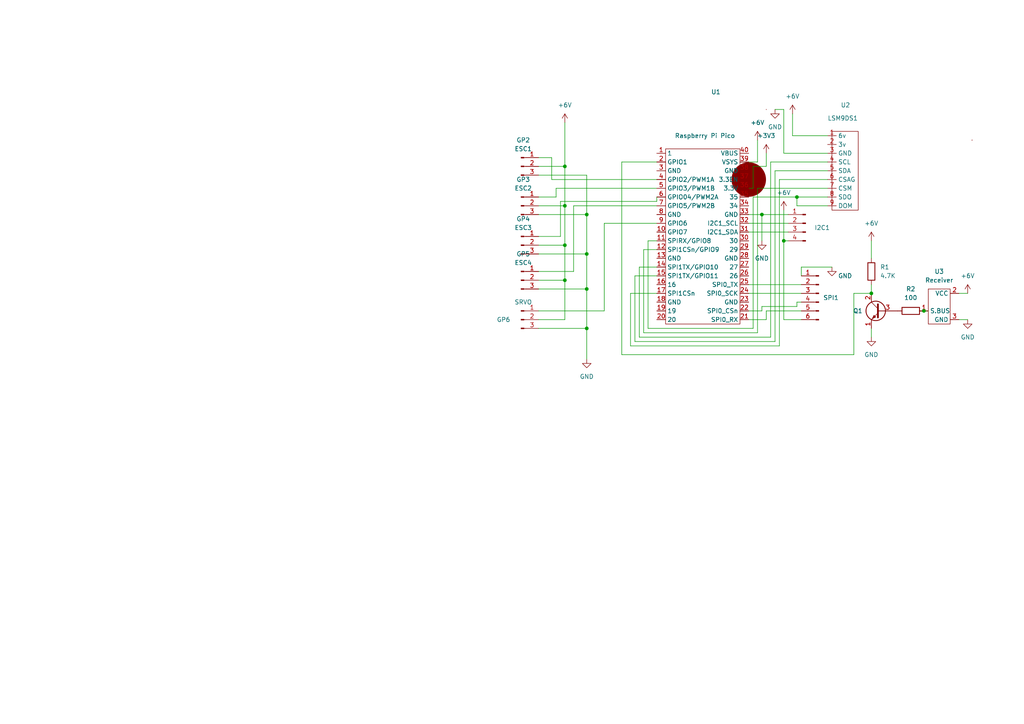
<source format=kicad_sch>
(kicad_sch (version 20211123) (generator eeschema)
  (paper "A4")
  (lib_symbols
    (symbol "Connector:Conn_01x03_Male" (pin_names (offset 1.016) hide)
      (property "Reference" "J" (at 0 5.08 0))
      (property "Value" "Conn_01x03_Male" (at 0 -5.08 0))
      (symbol "Conn_01x03_Male_1_1"
        (polyline (pts (xy 1.27 -2.54) (xy 0.8636 -2.54)) (stroke (width 0.1524)))
        (polyline (pts (xy 1.27 0) (xy 0.8636 0)) (stroke (width 0.1524)))
        (polyline (pts (xy 1.27 2.54) (xy 0.8636 2.54)) (stroke (width 0.1524)))
        (rectangle (start 0.8636 -2.413) (end 0 -2.667) (stroke (width 0.1524)) (fill (type outline)))
        (rectangle (start 0.8636 0.127) (end 0 -0.127) (stroke (width 0.1524)) (fill (type outline)))
        (rectangle (start 0.8636 2.667) (end 0 2.413) (stroke (width 0.1524)) (fill (type outline)))
        (pin passive line (at 5.08 2.54 180) (length 3.81) (name "Pin_1") (number "1"))
        (pin passive line (at 5.08 0 180) (length 3.81) (name "Pin_2") (number "2"))
        (pin passive line (at 5.08 -2.54 180) (length 3.81) (name "Pin_3") (number "3"))
      )
    )
    (symbol "Connector:Conn_01x04_Male" (pin_names (offset 1.016) hide)
      (property "Reference" "J" (at 0 5.08 0))
      (property "Value" "Conn_01x04_Male" (at 0 -7.62 0))
      (symbol "Conn_01x04_Male_1_1"
        (polyline (pts (xy 1.27 -5.08) (xy 0.8636 -5.08)) (stroke (width 0.1524)))
        (polyline (pts (xy 1.27 -2.54) (xy 0.8636 -2.54)) (stroke (width 0.1524)))
        (polyline (pts (xy 1.27 0) (xy 0.8636 0)) (stroke (width 0.1524)))
        (polyline (pts (xy 1.27 2.54) (xy 0.8636 2.54)) (stroke (width 0.1524)))
        (rectangle (start 0.8636 -4.953) (end 0 -5.207) (stroke (width 0.1524)) (fill (type outline)))
        (rectangle (start 0.8636 -2.413) (end 0 -2.667) (stroke (width 0.1524)) (fill (type outline)))
        (rectangle (start 0.8636 0.127) (end 0 -0.127) (stroke (width 0.1524)) (fill (type outline)))
        (rectangle (start 0.8636 2.667) (end 0 2.413) (stroke (width 0.1524)) (fill (type outline)))
        (pin passive line (at 5.08 2.54 180) (length 3.81) (name "Pin_1") (number "1"))
        (pin passive line (at 5.08 0 180) (length 3.81) (name "Pin_2") (number "2"))
        (pin passive line (at 5.08 -2.54 180) (length 3.81) (name "Pin_3") (number "3"))
        (pin passive line (at 5.08 -5.08 180) (length 3.81) (name "Pin_4") (number "4"))
      )
    )
    (symbol "Connector:Conn_01x06_Male" (pin_names (offset 1.016) hide)
      (property "Reference" "J" (at 0 7.62 0))
      (property "Value" "Conn_01x06_Male" (at 0 -10.16 0))
      (symbol "Conn_01x06_Male_1_1"
        (polyline (pts (xy 1.27 -7.62) (xy 0.8636 -7.62)) (stroke (width 0.1524)))
        (polyline (pts (xy 1.27 -5.08) (xy 0.8636 -5.08)) (stroke (width 0.1524)))
        (polyline (pts (xy 1.27 -2.54) (xy 0.8636 -2.54)) (stroke (width 0.1524)))
        (polyline (pts (xy 1.27 0) (xy 0.8636 0)) (stroke (width 0.1524)))
        (polyline (pts (xy 1.27 2.54) (xy 0.8636 2.54)) (stroke (width 0.1524)))
        (polyline (pts (xy 1.27 5.08) (xy 0.8636 5.08)) (stroke (width 0.1524)))
        (rectangle (start 0.8636 -7.493) (end 0 -7.747) (stroke (width 0.1524)) (fill (type outline)))
        (rectangle (start 0.8636 -4.953) (end 0 -5.207) (stroke (width 0.1524)) (fill (type outline)))
        (rectangle (start 0.8636 -2.413) (end 0 -2.667) (stroke (width 0.1524)) (fill (type outline)))
        (rectangle (start 0.8636 0.127) (end 0 -0.127) (stroke (width 0.1524)) (fill (type outline)))
        (rectangle (start 0.8636 2.667) (end 0 2.413) (stroke (width 0.1524)) (fill (type outline)))
        (rectangle (start 0.8636 5.207) (end 0 4.953) (stroke (width 0.1524)) (fill (type outline)))
        (pin passive line (at 5.08 5.08 180) (length 3.81) (name "Pin_1") (number "1"))
        (pin passive line (at 5.08 2.54 180) (length 3.81) (name "Pin_2") (number "2"))
        (pin passive line (at 5.08 0 180) (length 3.81) (name "Pin_3") (number "3"))
        (pin passive line (at 5.08 -2.54 180) (length 3.81) (name "Pin_4") (number "4"))
        (pin passive line (at 5.08 -5.08 180) (length 3.81) (name "Pin_5") (number "5"))
        (pin passive line (at 5.08 -7.62 180) (length 3.81) (name "Pin_6") (number "6"))
      )
    )
    (symbol "Device:Q_NPN_CBE" (pin_names (offset 0) hide)
      (property "Reference" "Q1" (at -5.08 1.2701 0))
      (property "Value" "Q_NPN_CBE" (at -5.08 -1.2699 0))
      (symbol "Q_NPN_CBE_0_1"
        (polyline (pts (xy 0.635 0.635) (xy 2.54 2.54)))
        (polyline (pts (xy 0.635 -0.635) (xy 2.54 -2.54) (xy 2.54 -2.54)))
        (polyline (pts (xy 0.635 1.905) (xy 0.635 -1.905) (xy 0.635 -1.905)) (stroke (width 0.508)))
        (polyline (pts (xy 1.27 -1.778) (xy 1.778 -1.27) (xy 2.286 -2.286) (xy 1.27 -1.778) (xy 1.27 -1.778)) (fill (type outline)))
        (circle (center 1.27 0) (radius 2.8194) (stroke (width 0.254)))
      )
      (symbol "Q_NPN_CBE_1_1"
        (pin passive line (at 2.54 -5.08 90) (length 2.54) (name "E") (number "1"))
        (pin passive line (at 2.54 5.08 270) (length 2.54) (name "C") (number "2"))
        (pin input line (at -5.08 0 0) (length 5.715) (name "B") (number "3"))
      )
    )
    (symbol "Device:R" (pin_numbers hide) (pin_names (offset 0))
      (property "Reference" "R" (at 2.032 0 90))
      (property "Value" "R" (at 0 0 90))
      (symbol "R_0_1"
        (rectangle (start -1.016 -2.54) (end 1.016 2.54) (stroke (width 0.254)))
      )
      (symbol "R_1_1"
        (pin passive line (at 0 3.81 270) (length 1.27) (name "~") (number "1"))
        (pin passive line (at 0 -3.81 90) (length 1.27) (name "~") (number "2"))
      )
    )
    (symbol "LSM9DS1_1"
      (property "Reference" "U2" (at 3.81 8.89 0))
      (property "Value" "LSM9DS1" (at 0 5.08 0))
      (symbol "LSM9DS1_1_0_1"
        (polyline (pts (xy 41.91 -1.27) (xy 41.91 -1.27)))
        (polyline (pts (xy 41.91 -1.27) (xy 41.91 -1.27)))
        (polyline (pts (xy 41.91 -1.27) (xy 41.91 -1.27)))
        (polyline (pts (xy 41.91 -1.27) (xy 41.91 -1.27)))
        (rectangle (start 1.27 1.27) (end 8.89 -21.59))
        (rectangle (start 41.91 -1.27) (end 41.91 -1.27))
        (rectangle (start 41.91 -1.27) (end 41.91 -1.27))
        (rectangle (start 41.91 -1.27) (end 41.91 -1.27))
        (rectangle (start 41.91 -1.27) (end 41.91 -1.27))
      )
      (symbol "LSM9DS1_1_1_1"
        (pin power_out line (at 0 0 0) (length 2.54) (name "6v") (number "1"))
        (pin power_out line (at 0 -2.54 0) (length 2.54) (name "3v") (number "2"))
        (pin power_out line (at 0 -5.08 0) (length 2.54) (name "GND") (number "3"))
        (pin output line (at 0 -7.62 0) (length 2.54) (name "SCL") (number "4"))
        (pin input line (at 0 -10.16 0) (length 2.54) (name "SDA") (number "5"))
        (pin input line (at 0 -12.7 0) (length 2.54) (name "CSAG") (number "6"))
        (pin input line (at 0 -15.24 0) (length 2.54) (name "CSM") (number "7"))
        (pin input line (at 0 -17.78 0) (length 2.54) (name "SDO") (number "8"))
        (pin input line (at 0 -20.32 0) (length 2.54) (name "DOM") (number "9"))
      )
    )
    (symbol "drone_parts:Receiver"
      (property "Reference" "U" (at 3.81 6.35 0))
      (property "Value" "Receiver" (at -5.08 6.35 0))
      (symbol "Receiver_0_1"
        (polyline (pts (xy 2.54 1.27) (xy 2.54 -8.89) (xy 8.89 -8.89) (xy 8.89 1.27) (xy 2.54 1.27)))
      )
      (symbol "Receiver_1_1"
        (pin output line (at 0 -5.08 0) (length 2.54) (name "S.BUS") (number "1"))
        (pin power_out line (at 11.43 0 180) (length 2.54) (name "VCC") (number "2"))
        (pin power_out line (at 11.43 -7.62 180) (length 2.54) (name "GND") (number "3"))
      )
    )
    (symbol "power:+3.3V" (power) (pin_names (offset 0))
      (property "Value" "+3.3V" (at 0 3.556 0))
      (symbol "+3.3V_0_1"
        (polyline (pts (xy -0.762 1.27) (xy 0 2.54)))
        (polyline (pts (xy 0 0) (xy 0 2.54)))
        (polyline (pts (xy 0 2.54) (xy 0.762 1.27)))
      )
      (symbol "+3.3V_1_1"
        (pin power_in line (at 0 0 90) (length 0) hide (name "+3V3") (number "1"))
      )
    )
    (symbol "power:+6V" (power) (pin_names (offset 0))
      (property "Value" "+6V" (at 0 3.556 0))
      (symbol "+6V_0_1"
        (polyline (pts (xy -0.762 1.27) (xy 0 2.54)))
        (polyline (pts (xy 0 0) (xy 0 2.54)))
        (polyline (pts (xy 0 2.54) (xy 0.762 1.27)))
      )
      (symbol "+6V_1_1"
        (pin power_in line (at 0 0 90) (length 0) hide (name "+6V") (number "1"))
      )
    )
    (symbol "power:GND" (power) (pin_names (offset 0))
      (property "Value" "GND" (at 0 -3.81 0))
      (symbol "GND_0_1"
        (polyline (pts (xy 0 0) (xy 0 -1.27) (xy 1.27 -1.27) (xy 0 -2.54) (xy -1.27 -1.27) (xy 0 -1.27)))
      )
      (symbol "GND_1_1"
        (pin power_in line (at 0 0 270) (length 0) hide (name "GND") (number "1"))
      )
    )
    (symbol "raspberry_pi_pico_1"
      (property "Reference" "U1" (at 17.145 17.78 0))
      (property "Value" "raspberry_pi_pico" (at 17.145 15.24 0))
      (symbol "raspberry_pi_pico_1_0_1"
        (polyline (pts (xy 2.54 1.27) (xy 2.54 -49.53) (xy 24.13 -49.53) (xy 24.13 1.27) (xy 2.54 1.27)))
        (rectangle (start 26.67 -7.62) (end 26.67 -7.62) (stroke (width 10)))
        (rectangle (start 31.75 12.7) (end 31.75 12.7))
        (rectangle (start 31.75 12.7) (end 31.75 12.7))
        (rectangle (start 31.75 12.7) (end 31.75 12.7))
      )
      (symbol "raspberry_pi_pico_1_1_1"
        (pin output line (at 0 0 0) (length 2.54) (name "1") (number "1"))
        (pin output line (at 0 -22.86 0) (length 2.54) (name "GPIO7") (number "10"))
        (pin output line (at 0 -25.4 0) (length 2.54) (name "SPIRX/GPIO8") (number "11"))
        (pin output line (at 0 -27.94 0) (length 2.54) (name "SPI1CSn/GPIO9") (number "12"))
        (pin output line (at 0 -30.48 0) (length 2.54) (name "GND") (number "13"))
        (pin output line (at 0 -33.02 0) (length 2.54) (name "SPI1TX/GPIO10") (number "14"))
        (pin output line (at 0 -35.56 0) (length 2.54) (name "SPI1TX/GPIO11") (number "15"))
        (pin output line (at 0 -38.1 0) (length 2.54) (name "16") (number "16"))
        (pin output line (at 0 -40.64 0) (length 2.54) (name "SPI1CSn") (number "17"))
        (pin output line (at 0 -43.18 0) (length 2.54) (name "GND") (number "18"))
        (pin output line (at 0 -45.72 0) (length 2.54) (name "19") (number "19"))
        (pin output line (at 0 -2.54 0) (length 2.54) (name "GPIO1") (number "2"))
        (pin output line (at 0 -48.26 0) (length 2.54) (name "20") (number "20"))
        (pin output line (at 26.67 -48.26 180) (length 2.54) (name "SPI0_RX") (number "21"))
        (pin output line (at 26.67 -45.72 180) (length 2.54) (name "SPI0_CSn") (number "22"))
        (pin power_out line (at 26.67 -43.18 180) (length 2.54) (name "GND") (number "23"))
        (pin output line (at 26.67 -40.64 180) (length 2.54) (name "SPI0_SCK") (number "24"))
        (pin output line (at 26.67 -38.1 180) (length 2.54) (name "SPI0_TX") (number "25"))
        (pin output line (at 26.67 -35.56 180) (length 2.54) (name "26") (number "26"))
        (pin output line (at 26.67 -33.02 180) (length 2.54) (name "27") (number "27"))
        (pin output line (at 26.67 -30.48 180) (length 2.54) (name "GND") (number "28"))
        (pin output line (at 26.67 -27.94 180) (length 2.54) (name "29") (number "29"))
        (pin power_out line (at 0 -5.08 0) (length 2.54) (name "GND") (number "3"))
        (pin output line (at 26.67 -25.4 180) (length 2.54) (name "30") (number "30"))
        (pin output line (at 26.67 -22.86 180) (length 2.54) (name "I2C1_SDA") (number "31"))
        (pin output line (at 26.67 -20.32 180) (length 2.54) (name "I2C1_SCL") (number "32"))
        (pin power_out line (at 26.67 -17.78 180) (length 2.54) (name "GND") (number "33"))
        (pin output line (at 26.67 -15.24 180) (length 2.54) (name "34") (number "34"))
        (pin output line (at 26.67 -12.7 180) (length 2.54) (name "35") (number "35"))
        (pin power_out line (at 26.67 -10.16 180) (length 2.54) (name "3.3V") (number "36"))
        (pin output line (at 26.67 -7.62 180) (length 2.54) (name "3.3EN") (number "37"))
        (pin output line (at 26.67 -5.08 180) (length 2.54) (name "GND") (number "38"))
        (pin power_out line (at 26.67 -2.54 180) (length 2.54) (name "VSYS") (number "39"))
        (pin output line (at 0 -7.62 0) (length 2.54) (name "GPIO2/PWM1A") (number "4"))
        (pin output line (at 26.67 0 180) (length 2.54) (name "VBUS") (number "40"))
        (pin output line (at 0 -10.16 0) (length 2.54) (name "GPIO3/PWM1B") (number "5"))
        (pin output line (at 0 -12.7 0) (length 2.54) (name "GPIO04/PWM2A") (number "6"))
        (pin output line (at 0 -15.24 0) (length 2.54) (name "GPIO5/PWM2B") (number "7"))
        (pin output line (at 0 -17.78 0) (length 2.54) (name "GND") (number "8"))
        (pin output line (at 0 -20.32 0) (length 2.54) (name "GPIO6") (number "9"))
      )
    )
  )
  (junction (at 163.83 59.69))
  (junction (at 163.83 81.28))
  (junction (at 227.33 69.85))
  (junction (at 231.14 57.15))
  (junction (at 267.97 90.17))
  (junction (at 220.98 62.23))
  (junction (at 170.18 83.82))
  (junction (at 252.73 85.09))
  (junction (at 163.83 48.26))
  (junction (at 170.18 73.66))
  (junction (at 163.83 71.12))
  (junction (at 170.18 95.25))
  (junction (at 170.18 62.23))
  (wire (pts (xy 240.03 59.69) (xy 231.14 59.69)))
  (wire (pts (xy 156.21 45.72) (xy 160.02 45.72)))
  (wire (pts (xy 223.52 97.79) (xy 185.42 97.79)))
  (wire (pts (xy 226.06 100.33) (xy 182.88 100.33)))
  (wire (pts (xy 226.06 52.07) (xy 226.06 100.33)))
  (wire (pts (xy 247.65 102.87) (xy 180.34 102.87)))
  (wire (pts (xy 156.21 95.25) (xy 170.18 95.25)))
  (wire (pts (xy 252.73 69.85) (xy 252.73 74.93)))
  (wire (pts (xy 278.13 92.71) (xy 280.67 92.71)))
  (wire (pts (xy 161.29 57.15) (xy 156.21 57.15)))
  (wire (pts (xy 186.69 96.52) (xy 186.69 72.39)))
  (wire (pts (xy 175.26 64.77) (xy 175.26 90.17)))
  (wire (pts (xy 218.44 57.15) (xy 218.44 95.25)))
  (wire (pts (xy 163.83 92.71) (xy 156.21 92.71)))
  (wire (pts (xy 231.14 87.63) (xy 232.41 87.63)))
  (wire (pts (xy 160.02 52.07) (xy 160.02 45.72)))
  (wire (pts (xy 220.98 88.9) (xy 231.14 88.9)))
  (wire (pts (xy 161.29 54.61) (xy 161.29 57.15)))
  (wire (pts (xy 163.83 59.69) (xy 163.83 71.12)))
  (wire (pts (xy 240.03 49.53) (xy 224.79 49.53)))
  (wire (pts (xy 252.73 95.25) (xy 252.73 97.79)))
  (wire (pts (xy 217.17 90.17) (xy 220.98 90.17)))
  (wire (pts (xy 156.21 90.17) (xy 175.26 90.17)))
  (wire (pts (xy 240.03 52.07) (xy 226.06 52.07)))
  (wire (pts (xy 163.83 71.12) (xy 163.83 81.28)))
  (wire (pts (xy 217.17 62.23) (xy 220.98 62.23)))
  (wire (pts (xy 218.44 48.26) (xy 218.44 54.61)))
  (wire (pts (xy 229.87 33.02) (xy 229.87 39.37)))
  (wire (pts (xy 247.65 85.09) (xy 252.73 85.09)))
  (wire (pts (xy 190.5 52.07) (xy 160.02 52.07)))
  (wire (pts (xy 156.21 71.12) (xy 163.83 71.12)))
  (wire (pts (xy 220.98 62.23) (xy 228.6 62.23)))
  (wire (pts (xy 190.5 54.61) (xy 161.29 54.61)))
  (wire (pts (xy 219.71 46.99) (xy 219.71 40.64)))
  (wire (pts (xy 220.98 62.23) (xy 220.98 69.85)))
  (wire (pts (xy 218.44 95.25) (xy 187.96 95.25)))
  (wire (pts (xy 229.87 39.37) (xy 240.03 39.37)))
  (wire (pts (xy 227.33 44.45) (xy 227.33 31.75)))
  (wire (pts (xy 217.17 64.77) (xy 228.6 64.77)))
  (wire (pts (xy 227.33 69.85) (xy 228.6 69.85)))
  (wire (pts (xy 163.83 48.26) (xy 163.83 59.69)))
  (wire (pts (xy 222.25 44.45) (xy 222.25 48.26)))
  (wire (pts (xy 232.41 80.01) (xy 232.41 77.47)))
  (wire (pts (xy 156.21 83.82) (xy 170.18 83.82)))
  (wire (pts (xy 222.25 90.17) (xy 232.41 90.17)))
  (wire (pts (xy 217.17 67.31) (xy 228.6 67.31)))
  (wire (pts (xy 267.97 90.17) (xy 269.24 90.17)))
  (wire (pts (xy 186.69 72.39) (xy 190.5 72.39)))
  (wire (pts (xy 217.17 85.09) (xy 232.41 85.09)))
  (wire (pts (xy 224.79 49.53) (xy 224.79 99.06)))
  (wire (pts (xy 240.03 54.61) (xy 219.71 54.61)))
  (wire (pts (xy 182.88 100.33) (xy 182.88 85.09)))
  (wire (pts (xy 156.21 59.69) (xy 163.83 59.69)))
  (wire (pts (xy 162.56 68.58) (xy 156.21 68.58)))
  (wire (pts (xy 162.56 58.42) (xy 162.56 68.58)))
  (wire (pts (xy 247.65 85.09) (xy 247.65 102.87)))
  (wire (pts (xy 231.14 88.9) (xy 231.14 87.63)))
  (wire (pts (xy 240.03 44.45) (xy 227.33 44.45)))
  (wire (pts (xy 217.17 46.99) (xy 219.71 46.99)))
  (wire (pts (xy 156.21 50.8) (xy 170.18 50.8)))
  (wire (pts (xy 267.97 90.17) (xy 266.7 90.17)))
  (wire (pts (xy 182.88 85.09) (xy 190.5 85.09)))
  (wire (pts (xy 223.52 46.99) (xy 223.52 97.79)))
  (wire (pts (xy 190.5 58.42) (xy 190.5 57.15)))
  (wire (pts (xy 163.83 81.28) (xy 156.21 81.28)))
  (wire (pts (xy 217.17 54.61) (xy 218.44 54.61)))
  (wire (pts (xy 252.73 82.55) (xy 252.73 85.09)))
  (wire (pts (xy 218.44 48.26) (xy 222.25 48.26)))
  (wire (pts (xy 227.33 69.85) (xy 227.33 92.71)))
  (wire (pts (xy 240.03 57.15) (xy 231.14 57.15)))
  (wire (pts (xy 187.96 95.25) (xy 187.96 69.85)))
  (wire (pts (xy 227.33 92.71) (xy 232.41 92.71)))
  (wire (pts (xy 231.14 59.69) (xy 231.14 57.15)))
  (wire (pts (xy 170.18 73.66) (xy 170.18 83.82)))
  (wire (pts (xy 190.5 59.69) (xy 166.37 59.69)))
  (wire (pts (xy 232.41 77.47) (xy 241.3 77.47)))
  (wire (pts (xy 163.83 81.28) (xy 163.83 92.71)))
  (wire (pts (xy 224.79 99.06) (xy 184.15 99.06)))
  (wire (pts (xy 190.5 64.77) (xy 175.26 64.77)))
  (wire (pts (xy 166.37 78.74) (xy 156.21 78.74)))
  (wire (pts (xy 156.21 48.26) (xy 163.83 48.26)))
  (wire (pts (xy 187.96 69.85) (xy 190.5 69.85)))
  (wire (pts (xy 219.71 96.52) (xy 186.69 96.52)))
  (wire (pts (xy 219.71 54.61) (xy 219.71 96.52)))
  (wire (pts (xy 185.42 97.79) (xy 185.42 77.47)))
  (wire (pts (xy 180.34 46.99) (xy 190.5 46.99)))
  (wire (pts (xy 190.5 58.42) (xy 162.56 58.42)))
  (wire (pts (xy 185.42 77.47) (xy 190.5 77.47)))
  (wire (pts (xy 184.15 80.01) (xy 190.5 80.01)))
  (wire (pts (xy 217.17 82.55) (xy 232.41 82.55)))
  (wire (pts (xy 170.18 50.8) (xy 170.18 62.23)))
  (wire (pts (xy 220.98 90.17) (xy 220.98 88.9)))
  (wire (pts (xy 166.37 59.69) (xy 166.37 78.74)))
  (wire (pts (xy 170.18 62.23) (xy 170.18 73.66)))
  (wire (pts (xy 278.13 85.09) (xy 280.67 85.09)))
  (wire (pts (xy 180.34 102.87) (xy 180.34 46.99)))
  (wire (pts (xy 227.33 60.96) (xy 227.33 69.85)))
  (wire (pts (xy 156.21 73.66) (xy 170.18 73.66)))
  (wire (pts (xy 184.15 99.06) (xy 184.15 80.01)))
  (wire (pts (xy 170.18 95.25) (xy 170.18 104.14)))
  (wire (pts (xy 156.21 62.23) (xy 170.18 62.23)))
  (wire (pts (xy 163.83 35.56) (xy 163.83 48.26)))
  (wire (pts (xy 170.18 83.82) (xy 170.18 95.25)))
  (wire (pts (xy 217.17 92.71) (xy 222.25 92.71)))
  (wire (pts (xy 231.14 57.15) (xy 218.44 57.15)))
  (wire (pts (xy 240.03 46.99) (xy 223.52 46.99)))
  (wire (pts (xy 227.33 31.75) (xy 224.79 31.75)))
  (wire (pts (xy 222.25 92.71) (xy 222.25 90.17)))
  (symbol (lib_id "power:GND") (at 220.98 69.85 0) (unit 1)
    (property "Reference" "#PWR0106" (effects hide))
    (property "Value" "GND" (at 220.98 74.93 0))
  )
  (symbol (lib_id "power:GND") (at 241.3 77.47 0) (unit 1)
    (property "Reference" "#PWR0115" (effects hide))
    (property "Value" "GND" (at 245.11 80.01 0))
  )
  (symbol (lib_id "power:+6V") (at 163.83 35.56 0) (unit 1)
    (property "Reference" "#PWR0109" (effects hide))
    (property "Value" "+6V" (at 163.83 30.48 0))
  )
  (symbol (lib_id "Connector:Conn_01x03_Male") (at 151.13 81.28 0) (unit 1)
    (property "Reference" "GP5" (at 151.765 73.66 0))
    (property "Value" "ESC4" (at 151.765 76.2 0))
    (property "Footprint" "Connector_PinHeader_2.54mm:PinHeader_1x03_P2.54mm_Vertical" (effects hide))
  )
  (symbol (lib_name "LSM9DS1_1") (lib_id "drone_parts:LSM9DS1") (at 240.03 39.37 0) (unit 1)
    (property "Reference" "U2" (at 243.84 30.48 0) (effects (justify left)))
    (property "Value" "LSM9DS1" (at 240.03 34.29 0) (effects (justify left)))
    (property "Footprint" "drone_parts:LSM9DS1" (effects hide))
  )
  (symbol (lib_id "Device:R") (at 264.16 90.17 270) (unit 1)
    (property "Reference" "R2" (at 264.16 83.82 90))
    (property "Value" "100" (at 264.16 86.36 90))
    (property "Footprint" "Resistor_THT:R_Axial_DIN0207_L6.3mm_D2.5mm_P10.16mm_Horizontal" (effects hide))
  )
  (symbol (lib_id "Connector:Conn_01x04_Male") (at 233.68 64.77 0) (mirror y) (unit 1)
    (property "Reference" "I2C1" (at 236.22 66.04 0) (effects (justify right)))
    (property "Value" "Conn_01x04_Male" (effects hide))
    (property "Footprint" "Connector_PinHeader_2.54mm:PinHeader_1x04_P2.54mm_Vertical" (effects hide))
  )
  (symbol (lib_id "Connector:Conn_01x03_Male") (at 151.13 71.12 0) (unit 1)
    (property "Reference" "GP4" (at 151.765 63.5 0))
    (property "Value" "ESC3" (at 151.765 66.04 0))
    (property "Footprint" "Connector_PinHeader_2.54mm:PinHeader_1x03_P2.54mm_Vertical" (effects hide))
  )
  (symbol (lib_id "power:+6V") (at 219.71 40.64 0) (unit 1)
    (property "Reference" "#PWR0107" (effects hide))
    (property "Value" "+6V" (at 219.71 35.56 0))
  )
  (symbol (lib_name "raspberry_pi_pico_1") (lib_id "drone_parts:raspberry_pi_pico") (at 190.5 44.45 0) (unit 1)
    (property "Reference" "U1" (at 207.645 26.67 0))
    (property "Value" "Raspberry Pi Pico" (at 204.47 39.37 0))
    (property "Footprint" "drone_parts:Raspberry_Pi_Pico" (effects hide))
  )
  (symbol (lib_id "power:GND") (at 280.67 92.71 0) (unit 1)
    (property "Reference" "#PWR0103" (effects hide))
    (property "Value" "GND" (at 280.67 97.79 0))
  )
  (symbol (lib_id "Connector:Conn_01x06_Male") (at 237.49 85.09 0) (mirror y) (unit 1)
    (property "Reference" "SPI1" (at 238.76 86.36 0) (effects (justify right)))
    (property "Value" "Conn_01x06_Male" (effects hide))
    (property "Footprint" "Connector_PinHeader_2.54mm:PinHeader_1x06_P2.54mm_Vertical" (effects hide))
  )
  (symbol (lib_id "power:+6V") (at 227.33 60.96 0) (unit 1)
    (property "Reference" "#PWR0112" (effects hide))
    (property "Value" "+6V" (at 227.33 55.88 0))
  )
  (symbol (lib_id "Connector:Conn_01x03_Male") (at 151.13 59.69 0) (unit 1)
    (property "Reference" "GP3" (at 151.765 52.07 0))
    (property "Value" "ESC2" (at 151.765 54.61 0))
    (property "Footprint" "Connector_PinHeader_2.54mm:PinHeader_1x03_P2.54mm_Vertical" (effects hide))
  )
  (symbol (lib_id "power:+6V") (at 252.73 69.85 0) (unit 1)
    (property "Reference" "#PWR0102" (effects hide))
    (property "Value" "+6V" (at 252.73 64.77 0))
  )
  (symbol (lib_id "Device:Q_NPN_CBE") (at 255.27 90.17 0) (mirror y) (unit 1)
    (property "Reference" "Q1" (at 250.19 90.1699 0) (effects (justify left)))
    (property "Value" "Q_NPN_CBE" (effects hide))
    (property "Footprint" "Package_TO_SOT_THT:TO-92L_Inline" (effects hide))
  )
  (symbol (lib_id "power:+6V") (at 229.87 33.02 0) (unit 1)
    (property "Reference" "#PWR0105" (effects hide))
    (property "Value" "+6V" (at 229.87 27.94 0))
  )
  (symbol (lib_id "Connector:Conn_01x03_Male") (at 151.13 48.26 0) (unit 1)
    (property "Reference" "GP2" (at 151.765 40.64 0))
    (property "Value" "ESC1" (at 151.765 43.18 0))
    (property "Footprint" "Connector_PinHeader_2.54mm:PinHeader_1x03_P2.54mm_Vertical" (effects hide))
  )
  (symbol (lib_id "power:GND") (at 224.79 31.75 0) (unit 1)
    (property "Reference" "#PWR0108" (effects hide))
    (property "Value" "GND" (at 224.79 36.83 0))
  )
  (symbol (lib_id "power:GND") (at 170.18 104.14 0) (unit 1)
    (property "Reference" "#PWR0114" (effects hide))
    (property "Value" "GND" (at 170.18 109.22 0))
  )
  (symbol (lib_id "power:GND") (at 252.73 97.79 0) (unit 1)
    (property "Reference" "#PWR0110" (effects hide))
    (property "Value" "GND" (at 252.73 102.87 0))
  )
  (symbol (lib_id "Connector:Conn_01x03_Male") (at 151.13 92.71 0) (unit 1)
    (property "Reference" "GP6" (at 146.05 92.71 0))
    (property "Value" "SRVO" (at 151.765 87.63 0))
    (property "Footprint" "Connector_PinHeader_2.54mm:PinHeader_1x03_P2.54mm_Vertical" (effects hide))
  )
  (symbol (lib_id "Device:R") (at 252.73 78.74 0) (unit 1)
    (property "Reference" "R1" (at 255.27 77.4699 0) (effects (justify left)))
    (property "Value" "4.7K" (at 255.27 80.0099 0) (effects (justify left)))
    (property "Footprint" "Resistor_THT:R_Axial_DIN0207_L6.3mm_D2.5mm_P10.16mm_Horizontal" (effects hide))
  )
  (symbol (lib_id "power:+3.3V") (at 222.25 44.45 0) (unit 1)
    (property "Reference" "#PWR0111" (effects hide))
    (property "Value" "+3.3V" (at 222.25 39.37 0))
  )
  (symbol (lib_id "power:+6V") (at 280.67 85.09 0) (unit 1)
    (property "Reference" "#PWR0104" (effects hide))
    (property "Value" "+6V" (at 280.67 80.01 0))
  )
  (symbol (lib_id "drone_parts:Receiver") (at 266.7 85.09 0) (unit 1)
    (property "Reference" "U3" (at 272.415 78.74 0))
    (property "Value" "Receiver" (at 272.415 81.28 0))
    (property "Footprint" "drone_parts:Receiver" (effects hide))
  )
)
</source>
